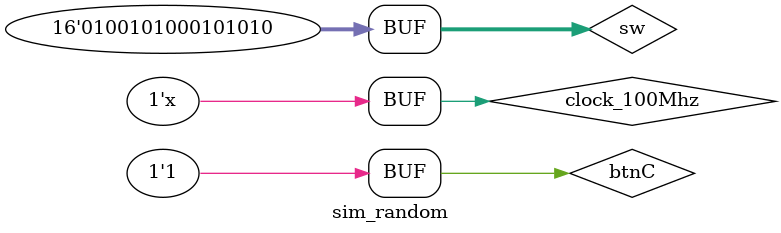
<source format=v>
`timescale 1ns / 1ps


module sim_random(
    );
    wire [3:0] an;
    wire [6:0] seg;
    reg [15:0]sw=0;
    reg btnC=0;
    wire [15:0]led;
    reg clock_100Mhz;

    random_num test_unit (an,seg,sw,btnC,led,clock_100Mhz);
    
initial begin
        clock_100Mhz = 1;
        #500 btnC=1;
        #1500 sw=16'h4a2a;
end

always begin
    #5 clock_100Mhz= ~clock_100Mhz;
end
endmodule

</source>
